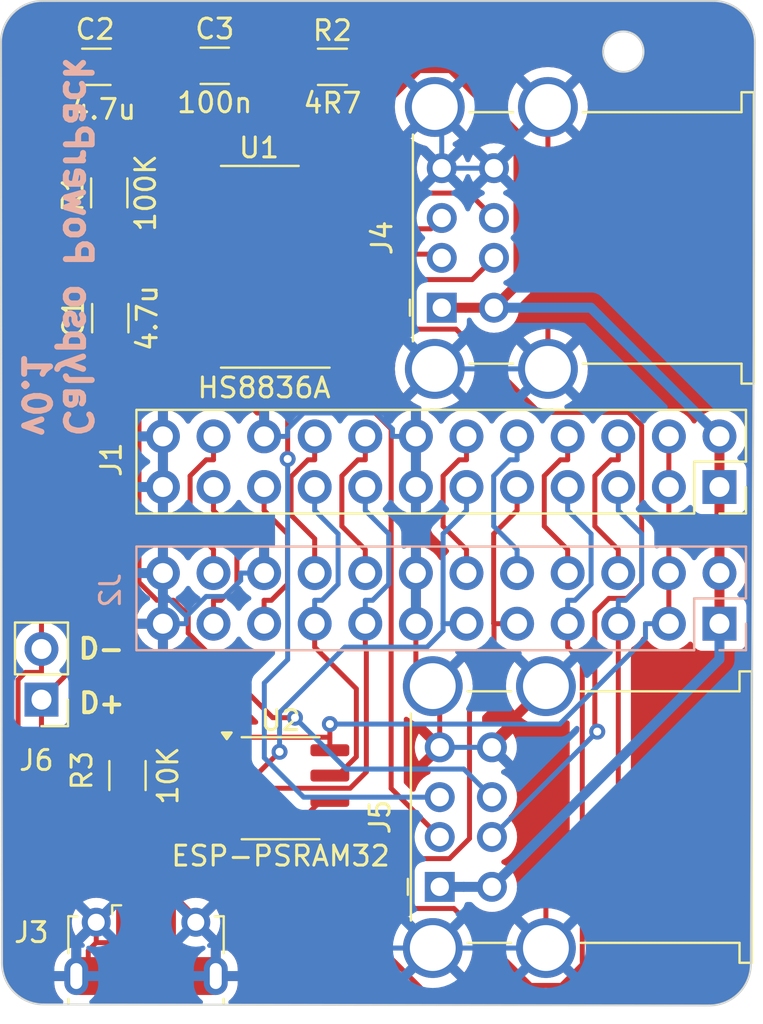
<source format=kicad_pcb>
(kicad_pcb (version 20221018) (generator pcbnew)
  (layers (0 "F.Cu" signal) (31 "B.Cu" signal) (34 "B.Paste" user) (35 "F.Paste" user) (36 "B.SilkS" user "B.Silkscreen") (37 "F.SilkS" user "F.Silkscreen") (38 "B.Mask" user) (39 "F.Mask" user) (44 "Edge.Cuts" user))
  (net 0 "")
  (net 1 "Net-(U1-VCC)")
  (net 2 "GND")
  (net 3 "Net-(U1-DCP)")
  (net 4 "+5V")
  (net 5 "+3.3VP")
  (net 6 "RP_AUX0")
  (net 7 "CYC_AUX0")
  (net 8 "RP_AUX1")
  (net 9 "CYC_AUX1")
  (net 10 "RP_AUX2")
  (net 11 "CYC_AUX2")
  (net 12 "RP_AUX3")
  (net 13 "CYC_AUX3")
  (net 14 "SER_RX")
  (net 15 "CYC_AUX4")
  (net 16 "SER_TX")
  (net 17 "CYC_AUX5")
  (net 18 "CYC_AUX6")
  (net 19 "RP_RESET")
  (net 20 "CYC_AUX7")
  (net 22 "UM")
  (net 23 "UP")
  (net 25 "DM1")
  (net 26 "DP1")
  (net 27 "DM2")
  (net 28 "DP2")
  (net 29 "DM3")
  (net 30 "DP3")
  (net 31 "DM4")
  (net 32 "DP4")
  (net 33 "Net-(U1-REF)")
  (footprint "Resistor_SMD:R_1206_3216Metric_Pad1.30x1.75mm_HandSolder" (layer "F.Cu") (at 70.2056 54.584 90)
    (fp_text reference "R1" (at 0 -1.82 90) (layer "F.SilkS"))
    (fp_text value "100K" (at 0 1.82 90) (layer "F.SilkS"))
    (pad "1" smd roundrect (at -1.55 0 90) (size 1.3 1.75) (layers "F.Cu" "F.Paste" "F.Mask") (roundrect_rratio 0.1923076923) (net 33 "Net-(U1-REF)"))
    (pad "2" smd roundrect (at 1.55 0 90) (size 1.3 1.75) (layers "F.Cu" "F.Paste" "F.Mask") (roundrect_rratio 0.1923076923) (net 2 "GND"))
  )
  (footprint "Capacitor_SMD:C_1206_3216Metric_Pad1.33x1.80mm_HandSolder" (layer "F.Cu") (at 75.5011 48.2092)
    (fp_text reference "C3" (at 0 -1.85) (layer "F.SilkS"))
    (fp_text value "100n" (at 0 1.85) (layer "F.SilkS"))
    (pad "1" smd roundrect (at -1.5625 0) (size 1.325 1.8) (layers "F.Cu" "F.Paste" "F.Mask") (roundrect_rratio 0.1886792453) (net 3 "Net-(U1-DCP)"))
    (pad "2" smd roundrect (at 1.5625 0) (size 1.325 1.8) (layers "F.Cu" "F.Paste" "F.Mask") (roundrect_rratio 0.1886792453) (net 2 "GND"))
  )
  (footprint "Capacitor_SMD:C_1206_3216Metric_Pad1.33x1.80mm_HandSolder" (layer "F.Cu") (at 70.2564 60.8707 90)
    (fp_text reference "C1" (at 0 -1.85 90) (layer "F.SilkS"))
    (fp_text value "4.7u" (at 0 1.85 90) (layer "F.SilkS"))
    (pad "1" smd roundrect (at -1.5625 0 90) (size 1.325 1.8) (layers "F.Cu" "F.Paste" "F.Mask") (roundrect_rratio 0.1886792453) (net 1 "Net-(U1-VCC)"))
    (pad "2" smd roundrect (at 1.5625 0 90) (size 1.325 1.8) (layers "F.Cu" "F.Paste" "F.Mask") (roundrect_rratio 0.1886792453) (net 2 "GND"))
  )
  (footprint "Connector_USB:USB_Micro-B_Molex-105017-0001" (layer "F.Cu") (at 72.0504 92.6409)
    (fp_text reference "J3" (at -5.7564 -0.9469) (layer "F.SilkS"))
    (fp_text value "USB_B_Micro" hide)
    (pad "1" smd rect (at -1.3 -1.4625) (size 0.4 1.35) (layers "F.Cu" "F.Paste" "F.Mask"))
    (pad "2" smd rect (at -0.65 -1.4625) (size 0.4 1.35) (layers "F.Cu" "F.Paste" "F.Mask") (net 22 "UM"))
    (pad "3" smd rect (at 0 -1.4625) (size 0.4 1.35) (layers "F.Cu" "F.Paste" "F.Mask") (net 23 "UP"))
    (pad "4" smd rect (at 0.65 -1.4625) (size 0.4 1.35) (layers "F.Cu" "F.Paste" "F.Mask"))
    (pad "5" smd rect (at 1.3 -1.4625) (size 0.4 1.35) (layers "F.Cu" "F.Paste" "F.Mask") (net 2 "GND"))
    (pad "6" thru_hole oval (at -3.5 1.2375 180) (size 1.2 1.9) (drill oval 0.6 1.3) (layers "*.Cu" "*.Mask") (net 2 "GND"))
    (pad "6" smd rect (at -2.9 1.2375) (size 1.2 1.9) (layers "F.Cu" "F.Mask") (net 2 "GND"))
    (pad "6" thru_hole circle (at -2.5 -1.4625) (size 1.45 1.45) (drill 0.85) (layers "*.Cu" "*.Mask") (net 2 "GND"))
    (pad "6" smd rect (at -1 1.2375) (size 1.5 1.9) (layers "F.Cu" "F.Paste" "F.Mask") (net 2 "GND"))
    (pad "6" smd rect (at 1 1.2375) (size 1.5 1.9) (layers "F.Cu" "F.Paste" "F.Mask") (net 2 "GND"))
    (pad "6" thru_hole circle (at 2.5 -1.4625) (size 1.45 1.45) (drill 0.85) (layers "*.Cu" "*.Mask") (net 2 "GND"))
    (pad "6" smd rect (at 2.9 1.2375) (size 1.2 1.9) (layers "F.Cu" "F.Mask") (net 2 "GND"))
    (pad "6" thru_hole oval (at 3.5 1.2375) (size 1.2 1.9) (drill oval 0.6 1.3) (layers "*.Cu" "*.Mask") (net 2 "GND"))
  )
  (footprint "Resistor_SMD:R_1206_3216Metric_Pad1.30x1.75mm_HandSolder" (layer "F.Cu") (at 71.12 83.82 -90)
    (fp_text reference "R3" (at -0.254 2.286 90) (layer "F.SilkS"))
    (fp_text value "10K" (at 0 -2.032 90) (layer "F.SilkS"))
    (pad "1" smd roundrect (at -1.55 0 270) (size 1.3 1.75) (layers "F.Cu" "F.Paste" "F.Mask") (roundrect_rratio 0.1923076923) (net 5 "+3.3VP"))
    (pad "2" smd roundrect (at 1.55 0 270) (size 1.3 1.75) (layers "F.Cu" "F.Paste" "F.Mask") (roundrect_rratio 0.1923076923) (net 7 "CYC_AUX0"))
  )
  (footprint "Connector_USB:USB_A_Wuerth_61400826021_Horizontal_Stacked" (layer "F.Cu") (at 86.8968 60.3452 90)
    (fp_text reference "J4" (at 3.5 -3 90) (layer "F.SilkS"))
    (fp_text value "USB_A_Stacked" hide)
    (pad "1" thru_hole rect (at 0 0 90) (size 1.5 1.5) (drill 0.92) (layers "*.Cu" "*.Mask") (net 4 "+5V"))
    (pad "2" thru_hole circle (at 2.5 0 90) (size 1.5 1.5) (drill 0.92) (layers "*.Cu" "*.Mask") (net 29 "DM3"))
    (pad "3" thru_hole circle (at 4.5 0 90) (size 1.5 1.5) (drill 0.92) (layers "*.Cu" "*.Mask") (net 30 "DP3"))
    (pad "4" thru_hole circle (at 7 0 90) (size 1.5 1.5) (drill 0.92) (layers "*.Cu" "*.Mask") (net 2 "GND"))
    (pad "5" thru_hole circle (at 0 2.62 90) (size 1.5 1.5) (drill 0.92) (layers "*.Cu" "*.Mask") (net 4 "+5V"))
    (pad "6" thru_hole circle (at 2.5 2.62 90) (size 1.5 1.5) (drill 0.92) (layers "*.Cu" "*.Mask") (net 31 "DM4"))
    (pad "7" thru_hole circle (at 4.5 2.62 90) (size 1.5 1.5) (drill 0.92) (layers "*.Cu" "*.Mask") (net 32 "DP4"))
    (pad "8" thru_hole circle (at 7 2.62 90) (size 1.5 1.5) (drill 0.92) (layers "*.Cu" "*.Mask") (net 2 "GND"))
    (pad "9" thru_hole circle (at -3.07 -0.35 90) (size 3 3) (drill 2.3) (layers "*.Cu" "*.Mask") (net 2 "GND"))
    (pad "9" thru_hole circle (at -3.07 5.33 90) (size 3 3) (drill 2.3) (layers "*.Cu" "*.Mask") (net 2 "GND"))
    (pad "9" thru_hole circle (at 10.07 -0.35 90) (size 3 3) (drill 2.3) (layers "*.Cu" "*.Mask") (net 2 "GND"))
    (pad "9" thru_hole circle (at 10.07 5.33 90) (size 3 3) (drill 2.3) (layers "*.Cu" "*.Mask") (net 2 "GND"))
  )
  (footprint "Capacitor_SMD:C_1206_3216Metric_Pad1.33x1.80mm_HandSolder" (layer "F.Cu") (at 69.5575 48.26 180)
    (fp_text reference "C2" (at 0.0631 1.8796) (layer "F.SilkS"))
    (fp_text value "4.7u" (at -0.3433 -2.1336) (layer "F.SilkS"))
    (pad "1" smd roundrect (at -1.5625 0 180) (size 1.325 1.8) (layers "F.Cu" "F.Paste" "F.Mask") (roundrect_rratio 0.1886792453) (net 3 "Net-(U1-DCP)"))
    (pad "2" smd roundrect (at 1.5625 0 180) (size 1.325 1.8) (layers "F.Cu" "F.Paste" "F.Mask") (roundrect_rratio 0.1886792453) (net 2 "GND"))
  )
  (footprint "Resistor_SMD:R_1206_3216Metric_Pad1.30x1.75mm_HandSolder" (layer "F.Cu") (at 81.4076 48.26)
    (fp_text reference "R2" (at 0 -1.82) (layer "F.SilkS"))
    (fp_text value "4R7" (at 0 1.82) (layer "F.SilkS"))
    (pad "1" smd roundrect (at -1.55 0) (size 1.3 1.75) (layers "F.Cu" "F.Paste" "F.Mask") (roundrect_rratio 0.1923076923) (net 4 "+5V"))
    (pad "2" smd roundrect (at 1.55 0) (size 1.3 1.75) (layers "F.Cu" "F.Paste" "F.Mask") (roundrect_rratio 0.1923076923) (net 1 "Net-(U1-VCC)"))
  )
  (footprint "Package_SO:SOIC-8_3.9x4.9mm_P1.27mm" (layer "F.Cu") (at 78.805 84.455)
    (fp_text reference "U2" (at 0 -3.4) (layer "F.SilkS"))
    (fp_text value "ESP-PSRAM32" (at 0 3.4) (layer "F.SilkS"))
    (pad "1" smd roundrect (at -2.475 -1.905) (size 1.95 0.6) (layers "F.Cu" "F.Paste" "F.Mask") (net 7 "CYC_AUX0"))
    (pad "2" smd roundrect (at -2.475 -0.635) (size 1.95 0.6) (layers "F.Cu" "F.Paste" "F.Mask") (net 13 "CYC_AUX3"))
    (pad "3" smd roundrect (at -2.475 0.635) (size 1.95 0.6) (layers "F.Cu" "F.Paste" "F.Mask") (net 15 "CYC_AUX4"))
    (pad "4" smd roundrect (at -2.475 1.905) (size 1.95 0.6) (layers "F.Cu" "F.Paste" "F.Mask") (net 2 "GND"))
    (pad "5" smd roundrect (at 2.475 1.905) (size 1.95 0.6) (layers "F.Cu" "F.Paste" "F.Mask") (net 11 "CYC_AUX2"))
    (pad "6" smd roundrect (at 2.475 0.635) (size 1.95 0.6) (layers "F.Cu" "F.Paste" "F.Mask") (net 9 "CYC_AUX1"))
    (pad "7" smd roundrect (at 2.475 -0.635) (size 1.95 0.6) (layers "F.Cu" "F.Paste" "F.Mask") (net 17 "CYC_AUX5"))
    (pad "8" smd roundrect (at 2.475 -1.905) (size 1.95 0.6) (layers "F.Cu" "F.Paste" "F.Mask") (net 5 "+3.3VP"))
  )
  (footprint "Connector_PinHeader_2.54mm:PinHeader_1x02_P2.54mm_Vertical" (layer "F.Cu") (at 66.802 80.01 180)
    (fp_text reference "J6" (at 0.254 -3.048 180) (layer "F.SilkS"))
    (fp_text value "Conn_01x02_Pin" hide)
    (pad "1" thru_hole rect (at 0 0 180) (size 1.7 1.7) (drill 1) (layers "*.Cu" "*.Mask") (net 23 "UP"))
    (pad "2" thru_hole oval (at 0 2.54 180) (size 1.7 1.7) (drill 1) (layers "*.Cu" "*.Mask") (net 22 "UM"))
  )
  (footprint "Connector_PinSocket_2.54mm:PinSocket_2x12_P2.54mm_Vertical" (layer "F.Cu") (at 100.838 69.342 -90)
    (fp_text reference "J1" (at -1.3716 30.5308 90) (layer "F.SilkS"))
    (fp_text value "Conn_02x12_Odd_Even" hide)
    (pad "1" thru_hole rect (at 0 0 270) (size 1.7 1.7) (drill 1) (layers "*.Cu" "*.Mask") (net 4 "+5V"))
    (pad "2" thru_hole oval (at -2.54 0 270) (size 1.7 1.7) (drill 1) (layers "*.Cu" "*.Mask") (net 4 "+5V"))
    (pad "3" thru_hole oval (at 0 2.54 270) (size 1.7 1.7) (drill 1) (layers "*.Cu" "*.Mask") (net 5 "+3.3VP"))
    (pad "4" thru_hole oval (at -2.54 2.54 270) (size 1.7 1.7) (drill 1) (layers "*.Cu" "*.Mask") (net 5 "+3.3VP"))
    (pad "5" thru_hole oval (at 0 5.08 270) (size 1.7 1.7) (drill 1) (layers "*.Cu" "*.Mask") (net 7 "CYC_AUX0"))
    (pad "6" thru_hole oval (at -2.54 5.08 270) (size 1.7 1.7) (drill 1) (layers "*.Cu" "*.Mask") (net 6 "RP_AUX0"))
    (pad "7" thru_hole oval (at 0 7.62 270) (size 1.7 1.7) (drill 1) (layers "*.Cu" "*.Mask") (net 9 "CYC_AUX1"))
    (pad "8" thru_hole oval (at -2.54 7.62 270) (size 1.7 1.7) (drill 1) (layers "*.Cu" "*.Mask") (net 8 "RP_AUX1"))
    (pad "9" thru_hole oval (at 0 10.16 270) (size 1.7 1.7) (drill 1) (layers "*.Cu" "*.Mask") (net 11 "CYC_AUX2"))
    (pad "10" thru_hole oval (at -2.54 10.16 270) (size 1.7 1.7) (drill 1) (layers "*.Cu" "*.Mask") (net 10 "RP_AUX2"))
    (pad "11" thru_hole oval (at 0 12.7 270) (size 1.7 1.7) (drill 1) (layers "*.Cu" "*.Mask") (net 13 "CYC_AUX3"))
    (pad "12" thru_hole oval (at -2.54 12.7 270) (size 1.7 1.7) (drill 1) (layers "*.Cu" "*.Mask") (net 12 "RP_AUX3"))
    (pad "13" thru_hole oval (at 0 15.24 270) (size 1.7 1.7) (drill 1) (layers "*.Cu" "*.Mask") (net 2 "GND"))
    (pad "14" thru_hole oval (at -2.54 15.24 270) (size 1.7 1.7) (drill 1) (layers "*.Cu" "*.Mask") (net 2 "GND"))
    (pad "15" thru_hole oval (at 0 17.78 270) (size 1.7 1.7) (drill 1) (layers "*.Cu" "*.Mask") (net 15 "CYC_AUX4"))
    (pad "16" thru_hole oval (at -2.54 17.78 270) (size 1.7 1.7) (drill 1) (layers "*.Cu" "*.Mask") (net 14 "SER_RX"))
    (pad "17" thru_hole oval (at 0 20.32 270) (size 1.7 1.7) (drill 1) (layers "*.Cu" "*.Mask") (net 17 "CYC_AUX5"))
    (pad "18" thru_hole oval (at -2.54 20.32 270) (size 1.7 1.7) (drill 1) (layers "*.Cu" "*.Mask") (net 16 "SER_TX"))
    (pad "19" thru_hole oval (at 0 22.86 270) (size 1.7 1.7) (drill 1) (layers "*.Cu" "*.Mask") (net 18 "CYC_AUX6"))
    (pad "20" thru_hole oval (at -2.54 22.86 270) (size 1.7 1.7) (drill 1) (layers "*.Cu" "*.Mask") (net 2 "GND"))
    (pad "21" thru_hole oval (at 0 25.4 270) (size 1.7 1.7) (drill 1) (layers "*.Cu" "*.Mask") (net 20 "CYC_AUX7"))
    (pad "22" thru_hole oval (at -2.54 25.4 270) (size 1.7 1.7) (drill 1) (layers "*.Cu" "*.Mask") (net 19 "RP_RESET"))
    (pad "23" thru_hole oval (at 0 27.94 270) (size 1.7 1.7) (drill 1) (layers "*.Cu" "*.Mask") (net 2 "GND"))
    (pad "24" thru_hole oval (at -2.54 27.94 270) (size 1.7 1.7) (drill 1) (layers "*.Cu" "*.Mask") (net 2 "GND"))
  )
  (footprint "Connector_USB:USB_A_Wuerth_61400826021_Horizontal_Stacked" (layer "F.Cu") (at 86.7952 89.4028 90)
    (fp_text reference "J5" (at 3.5 -3 90) (layer "F.SilkS"))
    (fp_text value "USB_A_Stacked" hide)
    (pad "1" thru_hole rect (at 0 0 90) (size 1.5 1.5) (drill 0.92) (layers "*.Cu" "*.Mask") (net 4 "+5V"))
    (pad "2" thru_hole circle (at 2.5 0 90) (size 1.5 1.5) (drill 0.92) (layers "*.Cu" "*.Mask") (net 25 "DM1"))
    (pad "3" thru_hole circle (at 4.5 0 90) (size 1.5 1.5) (drill 0.92) (layers "*.Cu" "*.Mask") (net 26 "DP1"))
    (pad "4" thru_hole circle (at 7 0 90) (size 1.5 1.5) (drill 0.92) (layers "*.Cu" "*.Mask") (net 2 "GND"))
    (pad "5" thru_hole circle (at 0 2.62 90) (size 1.5 1.5) (drill 0.92) (layers "*.Cu" "*.Mask") (net 4 "+5V"))
    (pad "6" thru_hole circle (at 2.5 2.62 90) (size 1.5 1.5) (drill 0.92) (layers "*.Cu" "*.Mask") (net 27 "DM2"))
    (pad "7" thru_hole circle (at 4.5 2.62 90) (size 1.5 1.5) (drill 0.92) (layers "*.Cu" "*.Mask") (net 28 "DP2"))
    (pad "8" thru_hole circle (at 7 2.62 90) (size 1.5 1.5) (drill 0.92) (layers "*.Cu" "*.Mask") (net 2 "GND"))
    (pad "9" thru_hole circle (at -3.07 -0.35 90) (size 3 3) (drill 2.3) (layers "*.Cu" "*.Mask") (net 2 "GND"))
    (pad "9" thru_hole circle (at -3.07 5.33 90) (size 3 3) (drill 2.3) (layers "*.Cu" "*.Mask") (net 2 "GND"))
    (pad "9" thru_hole circle (at 10.07 -0.35 90) (size 3 3) (drill 2.3) (layers "*.Cu" "*.Mask") (net 2 "GND"))
    (pad "9" thru_hole circle (at 10.07 5.33 90) (size 3 3) (drill 2.3) (layers "*.Cu" "*.Mask") (net 2 "GND"))
  )
  (footprint "Package_SO:SOP-16_3.9x9.9mm_P1.27mm" (layer "F.Cu") (at 77.764 58.293 180)
    (fp_text reference "U1" (at 0.04 5.969 unlocked) (layer "F.SilkS"))
    (fp_text value "HS8836A" (at -0.214 -6.0706 unlocked) (layer "F.SilkS"))
    (pad "1" smd roundrect (at -2.5 -4.445 180) (size 2 0.6) (layers "F.Cu" "F.Paste" "F.Mask") (net 25 "DM1"))
    (pad "2" smd roundrect (at -2.5 -3.175 180) (size 2 0.6) (layers "F.Cu" "F.Paste" "F.Mask") (net 26 "DP1"))
    (pad "3" smd roundrect (at -2.5 -1.905 180) (size 2 0.6) (layers "F.Cu" "F.Paste" "F.Mask") (net 27 "DM2"))
    (pad "4" smd roundrect (at -2.5 -0.635 180) (size 2 0.6) (layers "F.Cu" "F.Paste" "F.Mask") (net 28 "DP2"))
    (pad "5" smd roundrect (at -2.5 0.635 180) (size 2 0.6) (layers "F.Cu" "F.Paste" "F.Mask") (net 29 "DM3"))
    (pad "6" smd roundrect (at -2.5 1.905 180) (size 2 0.6) (layers "F.Cu" "F.Paste" "F.Mask") (net 30 "DP3"))
    (pad "7" smd roundrect (at -2.5 3.175 180) (size 2 0.6) (layers "F.Cu" "F.Paste" "F.Mask") (net 31 "DM4"))
    (pad "8" smd roundrect (at -2.5 4.445 180) (size 2 0.6) (layers "F.Cu" "F.Paste" "F.Mask") (net 32 "DP4"))
    (pad "9" smd roundrect (at 2.5 4.445 180) (size 2 0.6) (layers "F.Cu" "F.Paste" "F.Mask") (net 33 "Net-(U1-REF)"))
    (pad "10" smd roundrect (at 2.5 3.175 180) (size 2 0.6) (layers "F.Cu" "F.Paste" "F.Mask") (net 22 "UM"))
    (pad "11" smd roundrect (at 2.5 1.905 180) (size 2 0.6) (layers "F.Cu" "F.Paste" "F.Mask") (net 23 "UP"))
    (pad "12" smd roundrect (at 2.5 0.635 180) (size 2 0.6) (layers "F.Cu" "F.Paste" "F.Mask") (net 3 "Net-(U1-DCP)"))
    (pad "13" smd roundrect (at 2.5 -0.635 180) (size 2 0.6) (layers "F.Cu" "F.Paste" "F.Mask") (net 1 "Net-(U1-VCC)"))
    (pad "14" smd roundrect (at 2.5 -1.905 180) (size 2 0.6) (layers "F.Cu" "F.Paste" "F.Mask") (net 3 "Net-(U1-DCP)"))
    (pad "15" smd roundrect (at 2.5 -3.175 180) (size 2 0.6) (layers "F.Cu" "F.Paste" "F.Mask"))
    (pad "16" smd roundrect (at 2.5 -4.445 180) (size 2 0.6) (layers "F.Cu" "F.Paste" "F.Mask") (net 2 "GND"))
  )
  (footprint "Connector_PinHeader_2.54mm:PinHeader_2x12_P2.54mm_Vertical" (layer "B.Cu") (at 100.838 76.2 90)
    (fp_text reference "J2" (at 1.6764 -30.5816 270) (layer "B.SilkS") (effects (justify mirror)))
    (fp_text value "Conn_02x12_Odd_Even" hide)
    (pad "1" thru_hole rect (at 0 0 90) (size 1.7 1.7) (drill 1) (layers "*.Cu" "*.Mask") (net 4 "+5V"))
    (pad "2" thru_hole oval (at 2.54 0 90) (size 1.7 1.7) (drill 1) (layers "*.Cu" "*.Mask") (net 4 "+5V"))
    (pad "3" thru_hole oval (at 0 -2.54 90) (size 1.7 1.7) (drill 1) (layers "*.Cu" "*.Mask") (net 5 "+3.3VP"))
    (pad "4" thru_hole oval (at 2.54 -2.54 90) (size 1.7 1.7) (drill 1) (layers "*.Cu" "*.Mask") (net 5 "+3.3VP"))
    (pad "5" thru_hole oval (at 0 -5.08 90) (size 1.7 1.7) (drill 1) (layers "*.Cu" "*.Mask") (net 7 "CYC_AUX0"))
    (pad "6" thru_hole oval (at 2.54 -5.08 90) (size 1.7 1.7) (drill 1) (layers "*.Cu" "*.Mask") (net 6 "RP_AUX0"))
    (pad "7" thru_hole oval (at 0 -7.62 90) (size 1.7 1.7) (drill 1) (layers "*.Cu" "*.Mask") (net 9 "CYC_AUX1"))
    (pad "8" thru_hole oval (at 2.54 -7.62 90) (size 1.7 1.7) (drill 1) (layers "*.Cu" "*.Mask") (net 8 "RP_AUX1"))
    (pad "9" thru_hole oval (at 0 -10.16 90) (size 1.7 1.7) (drill 1) (layers "*.Cu" "*.Mask") (net 11 "CYC_AUX2"))
    (pad "10" thru_hole oval (at 2.54 -10.16 90) (size 1.7 1.7) (drill 1) (layers "*.Cu" "*.Mask") (net 10 "RP_AUX2"))
    (pad "11" thru_hole oval (at 0 -12.7 90) (size 1.7 1.7) (drill 1) (layers "*.Cu" "*.Mask") (net 13 "CYC_AUX3"))
    (pad "12" thru_hole oval (at 2.54 -12.7 90) (size 1.7 1.7) (drill 1) (layers "*.Cu" "*.Mask") (net 12 "RP_AUX3"))
    (pad "13" thru_hole oval (at 0 -15.24 90) (size 1.7 1.7) (drill 1) (layers "*.Cu" "*.Mask") (net 2 "GND"))
    (pad "14" thru_hole oval (at 2.54 -15.24 90) (size 1.7 1.7) (drill 1) (layers "*.Cu" "*.Mask") (net 2 "GND"))
    (pad "15" thru_hole oval (at 0 -17.78 90) (size 1.7 1.7) (drill 1) (layers "*.Cu" "*.Mask") (net 15 "CYC_AUX4"))
    (pad "16" thru_hole oval (at 2.54 -17.78 90) (size 1.7 1.7) (drill 1) (layers "*.Cu" "*.Mask") (net 14 "SER_RX"))
    (pad "17" thru_hole oval (at 0 -20.32 90) (size 1.7 1.7) (drill 1) (layers "*.Cu" "*.Mask") (net 17 "CYC_AUX5"))
    (pad "18" thru_hole oval (at 2.54 -20.32 90) (size 1.7 1.7) (drill 1) (layers "*.Cu" "*.Mask") (net 16 "SER_TX"))
    (pad "19" thru_hole oval (at 0 -22.86 90) (size 1.7 1.7) (drill 1) (layers "*.Cu" "*.Mask") (net 18 "CYC_AUX6"))
    (pad "20" thru_hole oval (at 2.54 -22.86 90) (size 1.7 1.7) (drill 1) (layers "*.Cu" "*.Mask") (net 2 "GND"))
    (pad "21" thru_hole oval (at 0 -25.4 90) (size 1.7 1.7) (drill 1) (layers "*.Cu" "*.Mask") (net 20 "CYC_AUX7"))
    (pad "22" thru_hole oval (at 2.54 -25.4 90) (size 1.7 1.7) (drill 1) (layers "*.Cu" "*.Mask") (net 19 "RP_RESET"))
    (pad "23" thru_hole oval (at 0 -27.94 90) (size 1.7 1.7) (drill 1) (layers "*.Cu" "*.Mask") (net 2 "GND"))
    (pad "24" thru_hole oval (at 2.54 -27.94 90) (size 1.7 1.7) (drill 1) (layers "*.Cu" "*.Mask") (net 2 "GND"))
  )
  (gr_arc (start 64.77 47.0408) (mid 65.380038 45.568038) (end 66.8528 44.958) (stroke (width 0.1)) (layer "Edge.Cuts"))
  (gr_arc (start 100.533638 44.957562) (mid 102.0064 45.5676) (end 102.616438 47.040362) (stroke (width 0.1)) (layer "Edge.Cuts"))
  (gr_arc (start 66.9036 95.3008) (mid 65.430838 94.690762) (end 64.8208 93.218) (stroke (width 0.1)) (layer "Edge.Cuts"))
  (gr_line (start 100.33 95.3516) (end 66.9036 95.3008) (stroke (width 0.1)) (layer "Edge.Cuts"))
  (gr_line (start 66.8528 44.958) (end 100.533638 44.957562) (stroke (width 0.1)) (layer "Edge.Cuts"))
  (gr_circle (center 96.012 47.498) (end 97.028 47.498) (stroke (width 0.1)) (fill none) (layer "Edge.Cuts"))
  (gr_line (start 102.616438 47.040362) (end 102.4128 93.2688) (stroke (width 0.1)) (layer "Edge.Cuts"))
  (gr_line (start 64.8208 93.218) (end 64.77 47.0408) (stroke (width 0.1)) (layer "Edge.Cuts"))
  (gr_arc (start 102.4128 93.2688) (mid 101.802762 94.741562) (end 100.33 95.3516) (stroke (width 0.1)) (layer "Edge.Cuts"))
  (gr_text "Calypso PowerPack\nv0.1\n" (at 67.564 66.9544 270) (layer "B.SilkS") (effects (font (size 1.3 1.3) (thickness 0.3)) (justify left mirror)))
  (gr_text "D+" (at 68.58 80.772) (layer "F.SilkS") (effects (font (size 1 1) (thickness 0.2) bold) (justify left bottom)))
  (gr_text "D-" (at 68.555066 78.042315) (layer "F.SilkS") (effects (font (size 1 1) (thickness 0.2) bold) (justify left bottom)))
  (segment (start 81.7465 47.0489) (end 82.9576 48.26) (width 0.25) (layer "F.Cu") (net 1))
  (segment (start 79.1876 47.0489) (end 81.7465 47.0489) (width 0.25) (layer "F.Cu") (net 1))
  (segment (start 73.9327 59.8547) (end 73.9327 60.833) (width 0.25) (layer "F.Cu") (net 1))
  (segment (start 75.264 58.928) (end 74.8594 58.928) (width 0.25) (layer "F.Cu") (net 1))
  (segment (start 78.3076 58.8549) (end 78.3076 47.9289) (width 0.25) (layer "F.Cu") (net 1))
  (segment (start 74.8594 58.928) (end 73.9327 59.8547) (width 0.25) (layer "F.Cu") (net 1))
  (segment (start 76.3295 60.833) (end 78.3076 58.8549) (width 0.25) (layer "F.Cu") (net 1))
  (segment (start 70.2564 62.4332) (end 72.3325 62.4332) (width 0.25) (layer "F.Cu") (net 1))
  (segment (start 78.3076 47.9289) (end 79.1876 47.0489) (width 0.25) (layer "F.Cu") (net 1))
  (segment (start 73.9327 60.833) (end 76.3295 60.833) (width 0.25) (layer "F.Cu") (net 1))
  (segment (start 72.3325 62.4332) (end 73.9327 60.833) (width 0.25) (layer "F.Cu") (net 1))
  (segment (start 70.1096 48.26) (end 70.1096 47.3793) (width 0.25) (layer "F.Cu") (net 2))
  (segment (start 92.1252 85.1128) (end 92.1252 92.4728) (width 0.25) (layer "F.Cu") (net 2))
  (segment (start 74.5504 90.9282) (end 73.8003 90.1781) (width 0.25) (layer "F.Cu") (net 2))
  (segment (start 70.2056 53.034) (end 68.9769 54.2627) (width 0.25) (layer "F.Cu") (net 2))
  (segment (start 85.598 76.2) (end 85.598 73.66) (width 0.25) (layer "F.Cu") (net 2))
  (segment (start 88.5404 46.5888) (end 78.684 46.5888) (width 0.25) (layer "F.Cu") (net 2))
  (segment (start 71.0504 93.2407) (end 73.0504 93.2407) (width 0.25) (layer "F.Cu") (net 2))
  (segment (start 78.684 46.5888) (end 77.0636 48.2092) (width 0.25) (layer "F.Cu") (net 2))
  (segment (start 73.3504 91.1784) (end 73.3504 90.1781) (width 0.25) (layer "F.Cu") (net 2))
  (segment (start 70.5098 46.9791) (end 75.8335 46.9791) (width 0.25) (layer "F.Cu") (net 2))
  (segment (start 73.0504 93.2407) (end 73.0504 92.6031) (width 0.25) (layer "F.Cu") (net 2))
  (segment (start 68.9769 58.0287) (end 70.2564 59.3082) (width 0.25) (layer "F.Cu") (net 2))
  (segment (start 85.598 66.802) (end 85.598 69.342) (width 0.25) (layer "F.Cu") (net 2))
  (segment (start 70.1096 48.26) (end 70.1096 52.938) (width 0.25) (layer "F.Cu") (net 2))
  (segment (start 76.33 86.36) (end 73.8003 88.8897) (width 0.25) (layer "F.Cu") (net 2))
  (segment (start 77.978 66.802) (end 77.978 65.6267) (width 0.25) (layer "F.Cu") (net 2))
  (segment (start 75.5504 93.8784) (end 74.9504 93.8784) (width 0.25) (layer "F.Cu") (net 2))
  (segment (start 67.995 48.26) (end 70.1096 48.26) (width 0.25) (layer "F.Cu") (net 2))
  (segment (start 72.898 66.802) (end 72.898 65.6267) (width 0.25) (layer "F.Cu") (net 2))
  (segment (start 92.2268 50.2752) (end 88.5404 46.5888) (width 0.25) (layer "F.Cu") (net 2))
  (segment (start 72.898 73.66) (end 72.898 69.342) (width 0.25) (layer "F.Cu") (net 2))
  (segment (start 73.0504 92.6031) (end 73.3504 92.3031) (width 0.25) (layer "F.Cu") (net 2))
  (segment (start 74.5504 91.1784) (end 74.5504 90.9282) (width 0.25) (layer "F.Cu") (net 2))
  (segment (start 69.1504 93.2407) (end 68.5504 93.8407) (width 0.25) (layer "F.Cu") (net 2))
  (segment (start 72.898 65.6267) (end 75.264 63.2607) (width 0.25) (layer "F.Cu") (net 2))
  (segment (start 77.978 65.6267) (end 77.63 65.6267) (width 0.25) (layer "F.Cu") (net 2))
  (segment (start 70.6504 92.2031) (end 71.0504 92.6031) (width 0.25) (layer "F.Cu") (net 2))
  (segment (start 73.8003 88.8897) (end 73.8003 90.1781) (width 0.25) (layer "F.Cu") (net 2))
  (segment (start 70.1096 52.938) (end 70.2056 53.034) (width 0.25) (layer "F.Cu") (net 2))
  (segment (start 73.8003 90.1781) (end 73.3504 90.1781) (width 0.25) (layer "F.Cu") (net 2))
  (segment (start 92.1252 79.3328) (end 89.4152 82.0428) (width 0.25) (layer "F.Cu") (net 2))
  (segment (start 72.898 66.802) (end 72.898 69.342) (width 0.25) (layer "F.Cu") (net 2))
  (segment (start 77.63 65.6267) (end 75.264 63.2607) (width 0.25) (layer "F.Cu") (net 2))
  (segment (start 69.1504 93.2407) (end 69.1504 92.6031) (width 0.25) (layer "F.Cu") (net 2))
  (segment (start 69.5504 91.1784) (end 69.5504 92.2031) (width 0.25) (layer "F.Cu") (net 2))
  (segment (start 89.4152 82.0428) (end 89.4152 82.4028) (width 0.25) (layer "F.Cu") (net 2))
  (segment (start 69.5504 92.2031) (end 70.6504 92.2031) (width 0.25) (layer "F.Cu") (net 2))
  (segment (start 68.5504 93.8407) (end 68.5504 93.8784) (width 0.25) (layer "F.Cu") (net 2))
  (segment (start 85.598 76.2) (end 85.598 78.4856) (width 0.25) (layer "F.Cu") (net 2))
  (segment (start 85.598 78.4856) (end 86.4452 79.3328) (width 0.25) (layer "F.Cu") (net 2))
  (segment (start 75.264 63.2607) (end 75.264 62.738) (width 0.25) (layer "F.Cu") (net 2))
  (segment (start 71.0504 93.8784) (end 71.0504 93.2407) (width 0.25) (layer "F.Cu") (net 2))
  (segment (start 92.2268 50.2752) (end 92.2268 63.4152) (width 0.25) (layer "F.Cu") (net 2))
  (segment (start 86.4452 79.3328) (end 86.7952 79.6828) (width 0.25) (layer "F.Cu") (net 2))
  (segment (start 68.9769 54.2627) (end 68.9769 58.0287) (width 0.25) (layer "F.Cu") (net 2))
  (segment (start 69.5504 92.2031) (end 69.1504 92.6031) (width 0.25) (layer "F.Cu") (net 2))
  (segment (start 89.4152 82.4028) (end 92.1252 85.1128) (width 0.25) (layer "F.Cu") (net 2))
  (segment (start 71.0504 93.2407) (end 71.0504 92.6031) (width 0.25) (layer "F.Cu") (net 2))
  (segment (start 73.3504 92.3031) (end 73.3504 91.1784) (width 0.25) (layer "F.Cu") (net 2))
  (segment (start 85.598 73.66) (end 85.598 69.342) (width 0.25) (layer "F.Cu") (net 2))
  (segment (start 69.1504 93.8784) (end 69.1504 93.2407) (width 0.25) (layer "F.Cu") (net 2))
  (segment (start 86.7952 79.6828) (end 86.7952 82.4028) (width 0.25) (layer "F.Cu") (net 2))
  (segment (start 75.8335 46.9791) (end 77.0636 48.2092) (width 0.25) (layer "F.Cu") (net 2))
  (segment (start 73.0504 93.8784) (end 73.0504 93.2407) (width 0.25) (layer "F.Cu") (net 2))
  (segment (start 70.1096 47.3793) (end 70.5098 46.9791) (width 0.25) (layer "F.Cu") (net 2))
  (segment (start 84.4227 66.4346) (end 84.4227 66.802) (width 0.25) (layer "B.Cu") (net 2))
  (segment (start 75.0706 74.8353) (end 75.9948 74.8353) (width 0.25) (layer "B.Cu") (net 2))
  (segment (start 86.8968 50.6252) (end 86.8968 53.3452) (width 0.25) (layer "B.Cu") (net 2))
  (segment (start 72.898 73.66) (end 72.898 74.8353) (width 0.25) (layer "B.Cu") (net 2))
  (segment (start 79.9613 65.6267) (end 83.6148 65.6267) (width 0.25) (layer "B.Cu") (net 2))
  (segment (start 92.2268 63.4152) (end 86.5468 63.4152) (width 0.25) (layer "B.Cu") (net 2))
  (segment (start 74.0733 75.8326) (end 75.0706 74.8353) (width 0.25) (layer "B.Cu") (net 2))
  (segment (start 76.8027 74.0274) (end 76.8027 73.66) (width 0.25) (layer "B.Cu") (net 2))
  (segment (start 74.0733 76.2) (end 74.0733 75.8326) (width 0.25) (layer "B.Cu") (net 2))
  (segment (start 92.2268 50.2752) (end 89.5168 52.9852) (width 0.25) (layer "B.Cu") (net 2))
  (segment (start 79.1533 66.802) (end 79.1533 66.4347) (width 0.25) (layer "B.Cu") (net 2))
  (segment (start 72.898 76.2) (end 74.0733 76.2) (width 0.25) (layer "B.Cu") (net 2))
  (segment (start 83.9751 65.9869) (end 86.5468 63.4152) (width 0.25) (layer "B.Cu") (net 2))
  (segment (start 86.5468 50.2752) (end 86.8968 50.6252) (width 0.25) (layer "B.Cu") (net 2))
  (segment (start 75.9948 74.8353) (end 76.8027 74.0274) (width 0.25) (layer "B.Cu") (net 2))
  (segment (start 85.598 66.802) (end 84.4227 66.802) (width 0.25) (layer "B.Cu") (net 2))
  (segment (start 89.5168 52.9852) (end 89.5168 53.3452) (width 0.25) (layer "B.Cu") (net 2))
  (segment (start 89.5168 53.3452) (end 86.8968 53.3452) (width 0.25) (layer "B.Cu") (net 2))
  (segment (start 73.076 74.8353) (end 74.0733 75.8326) (width 0.25) (layer "B.Cu") (net 2))
  (segment (start 75.6807 92.3087) (end 75.6807 92.4728) (width 0.25) (layer "B.Cu") (net 2))
  (segment (start 77.978 66.802) (end 79.1533 66.802) (width 0.25) (layer "B.Cu") (net 2))
  (segment (start 72.898 74.8353) (end 73.076 74.8353) (width 0.25) (layer "B.Cu") (net 2))
  (segment (start 83.9751 65.9869) (end 84.4227 66.4346) (width 0.25) (layer "B.Cu") (net 2))
  (segment (start 75.6807 92.4728) (end 75.5504 92.6031) (width 0.25) (layer "B.Cu") (net 2))
  (segment (start 77.978 73.66) (end 76.8027 73.66) (width 0.25) (layer "B.Cu") (net 2))
  (segment (start 75.5504 93.8784) (end 75.5504 92.6031) (width 0.25) (layer "B.Cu") (net 2))
  (segment (start 83.6148 65.6267) (end 83.9751 65.9869) (width 0.25) (layer "B.Cu") (net 2))
  (segment (start 89.4152 82.4028) (end 86.7952 82.4028) (width 0.25) (layer "B.Cu") (net 2))
  (segment (start 74.5504 91.1784) (end 75.6807 92.3087) (width 0.25) (layer "B.Cu") (net 2))
  (segment (start 79.1533 66.4347) (end 79.9613 65.6267) (width 0.25) (layer "B.Cu") (net 2))
  (segment (start 92.1252 92.4728) (end 86.4452 92.4728) (width 0.25) (layer "B.Cu") (net 2))
  (segment (start 86.4452 92.4728) (end 75.6807 92.4728) (width 0.25) (layer "B.Cu") (net 2))
  (segment (start 75.6674 57.658) (end 76.5934 56.732) (width 0.25) (layer "F.Cu") (net 3))
  (segment (start 76.6377 59.2809) (end 76.6377 58.6283) (width 0.25) (layer "F.Cu") (net 3))
  (segment (start 76.5934 56.732) (end 76.5934 50.9148) (width 0.25) (layer "F.Cu") (net 3))
  (segment (start 76.5934 50.9148) (end 73.9386 48.26) (width 0.25) (layer "F.Cu") (net 3))
  (segment (start 75.264 60.198) (end 75.7206 60.198) (width 0.25) (layer "F.Cu") (net 3))
  (segment (start 73.9386 48.26) (end 73.9386 48.2092) (width 0.25) (layer "F.Cu") (net 3))
  (segment (start 76.6377 58.6283) (end 75.6674 57.658) (width 0.25) (layer "F.Cu") (net 3))
  (segment (start 75.6674 57.658) (end 75.264 57.658) (width 0.25) (layer "F.Cu") (net 3))
  (segment (start 73.9386 48.26) (end 71.12 48.26) (width 0.25) (layer "F.Cu") (net 3))
  (segment (start 75.7206 60.198) (end 76.6377 59.2809) (width 0.25) (layer "F.Cu") (net 3))
  (segment (start 100.838 66.802) (end 100.838 69.342) (width 0.5) (layer "F.Cu") (net 4))
  (segment (start 84.4107 49.6453) (end 85.7315 48.3245) (width 0.5) (layer "F.Cu") (net 4))
  (segment (start 100.838 76.2) (end 100.838 73.66) (width 0.5) (layer "F.Cu") (net 4))
  (segment (start 90.7476 51.7176) (end 90.7476 59.1144) (width 0.5) (layer "F.Cu") (net 4))
  (segment (start 85.7315 48.3245) (end 87.3545 48.3245) (width 0.5) (layer "F.Cu") (net 4))
  (segment (start 89.5168 60.3452) (end 88.0971 60.3452) (width 0.5) (layer "F.Cu") (net 4))
  (segment (start 81.2429 49.6453) (end 84.4107 49.6453) (width 0.5) (layer "F.Cu") (net 4))
  (segment (start 79.8576 48.26) (end 81.2429 49.6453) (width 0.5) (layer "F.Cu") (net 4))
  (segment (start 87.3545 48.3245) (end 90.7476 51.7176) (width 0.5) (layer "F.Cu") (net 4))
  (segment (start 86.8968 60.3452) (end 88.0971 60.3452) (width 0.5) (layer "F.Cu") (net 4))
  (segment (start 100.838 73.66) (end 100.838 69.342) (width 0.5) (layer "F.Cu") (net 4))
  (segment (start 90.7476 59.1144) (end 89.5168 60.3452) (width 0.5) (layer "F.Cu") (net 4))
  (segment (start 86.7952 89.4028) (end 87.9955 89.4028) (width 0.5) (layer "B.Cu") (net 4))
  (segment (start 100.838 66.802) (end 94.3812 60.3452) (width 0.5) (layer "B.Cu") (net 4))
  (segment (start 100.838 77.98) (end 89.4152 89.4028) (width 0.5) (layer "B.Cu") (net 4))
  (segment (start 94.3812 60.3452) (end 89.5168 60.3452) (width 0.5) (layer "B.Cu") (net 4))
  (segment (start 89.4152 89.4028) (end 87.9955 89.4028) (width 0.5) (layer "B.Cu") (net 4))
  (segment (start 100.838 76.2) (end 100.838 77.98) (width 0.5) (layer "B.Cu") (net 4))
  (segment (start 81.28 82.55) (end 81.28 81.8962) (width 0.25) (layer "F.Cu") (net 5))
  (segment (start 98.298 76.2) (end 98.298 73.66) (width 0.25) (layer "F.Cu") (net 5))
  (segment (start 71.4938 81.8962) (end 71.12 82.27) (width 0.25) (layer "F.Cu") (net 5))
  (segment (start 98.298 69.342) (end 98.298 66.802) (width 0.25) (layer "F.Cu") (net 5))
  (segment (start 81.28 81.8962) (end 71.4938 81.8962) (width 0.25) (layer "F.Cu") (net 5))
  (segment (start 98.298 73.66) (end 98.298 69.342) (width 0.25) (layer "F.Cu") (net 5))
  (segment (start 81.28 81.8962) (end 81.28 81.235) (width 0.25) (layer "F.Cu") (net 5))
  (via (at 81.28 81.235) (size 0.8) (drill 0.4) (layers "F.Cu" "B.Cu") (net 5))
  (segment (start 98.298 76.2) (end 97.1227 76.2) (width 0.25) (layer "B.Cu") (net 5))
  (segment (start 97.1227 76.2) (end 97.1227 76.9346) (width 0.25) (layer "B.Cu") (net 5))
  (segment (start 92.8223 81.235) (end 81.28 81.235) (width 0.25) (layer "B.Cu") (net 5))
  (segment (start 97.1227 76.9346) (end 92.8223 81.235) (width 0.25) (layer "B.Cu") (net 5))
  (segment (start 95.758 73.66) (end 95.758 72.4847) (width 0.25) (layer "F.Cu") (net 6))
  (segment (start 94.5827 68.7852) (end 95.3906 67.9773) (width 0.25) (layer "F.Cu") (net 6))
  (segment (start 95.758 66.802) (end 95.758 67.9773) (width 0.25) (layer "F.Cu") (net 6))
  (segment (start 95.758 72.4847) (end 94.5827 71.3094) (width 0.25) (layer "F.Cu") (net 6))
  (segment (start 95.3906 67.9773) (end 95.758 67.9773) (width 0.25) (layer "F.Cu") (net 6))
  (segment (start 94.5827 71.3094) (end 94.5827 68.7852) (width 0.25) (layer "F.Cu") (net 6))
  (segment (start 95.758 76.2) (end 95.758 92.1211) (width 0.25) (layer "F.Cu") (net 7))
  (segment (start 78.4954 86.8655) (end 77.3549 85.725) (width 0.25) (layer "F.Cu") (net 7))
  (segment (start 75.029 85.37) (end 71.12 85.37) (width 0.25) (layer "F.Cu") (net 7))
  (segment (start 75.029 85.5089) (end 75.029 85.37) (width 0.25) (layer "F.Cu") (net 7))
  (segment (start 75.9193 82.55) (end 76.33 82.55) (width 0.25) (layer "F.Cu") (net 7))
  (segment (start 75.029 83.4403) (end 75.9193 82.55) (width 0.25) (layer "F.Cu") (net 7))
  (segment (start 75.2451 85.725) (end 75.029 85.5089) (width 0.25) (layer "F.Cu") (net 7))
  (segment (start 77.3549 85.725) (end 75.2451 85.725) (width 0.25) (layer "F.Cu") (net 7))
  (segment (start 95.758 92.1211) (end 93.0805 94.7986) (width 0.25) (layer "F.Cu") (net 7))
  (segment (start 78.4954 87.1288) (end 78.4954 86.8655) (width 0.25) (layer "F.Cu") (net 7))
  (segment (start 75.029 85.37) (end 75.029 83.4403) (width 0.25) (layer "F.Cu") (net 7))
  (segment (start 86.1652 94.7986) (end 78.4954 87.1288) (width 0.25) (layer "F.Cu") (net 7))
  (segment (start 93.0805 94.7986) (end 86.1652 94.7986) (width 0.25) (layer "F.Cu") (net 7))
  (segment (start 95.758 75.0247) (end 96.1253 75.0247) (width 0.25) (layer "B.Cu") (net 7))
  (segment (start 96.9333 71.6926) (end 95.758 70.5173) (width 0.25) (layer "B.Cu") (net 7))
  (segment (start 95.758 76.2) (end 95.758 75.0247) (width 0.25) (layer "B.Cu") (net 7))
  (segment (start 96.1253 75.0247) (end 96.9333 74.2167) (width 0.25) (layer "B.Cu") (net 7))
  (segment (start 95.758 69.342) (end 95.758 70.5173) (width 0.25) (layer "B.Cu") (net 7))
  (segment (start 96.9333 74.2167) (end 96.9333 71.6926) (width 0.25) (layer "B.Cu") (net 7))
  (segment (start 93.218 73.66) (end 93.218 72.4847) (width 0.25) (layer "F.Cu") (net 8))
  (segment (start 92.0427 68.7852) (end 92.8506 67.9773) (width 0.25) (layer "F.Cu") (net 8))
  (segment (start 92.8506 67.9773) (end 93.218 67.9773) (width 0.25) (layer "F.Cu") (net 8))
  (segment (start 93.218 66.802) (end 93.218 67.9773) (width 0.25) (layer "F.Cu") (net 8))
  (segment (start 93.218 72.4847) (end 92.0427 71.3094) (width 0.25) (layer "F.Cu") (net 8))
  (segment (start 92.0427 71.3094) (end 92.0427 68.7852) (width 0.25) (layer "F.Cu") (net 8))
  (segment (start 79.975 85.9391) (end 80.8241 85.09) (width 0.25) (layer "F.Cu") (net 9))
  (segment (start 93.218 77.3753) (end 93.9506 78.1079) (width 0.25) (layer "F.Cu") (net 9))
  (segment (start 83.7611 90.4892) (end 79.975 86.7031) (width 0.25) (layer "F.Cu") (net 9))
  (segment (start 93.218 76.2) (end 93.218 77.3753) (width 0.25) (layer "F.Cu") (net 9))
  (segment (start 93.9506 78.1079) (end 93.9506 93.2916) (width 0.25) (layer "F.Cu") (net 9))
  (segment (start 92.894 94.3482) (end 91.3669 94.3482) (width 0.25) (layer "F.Cu") (net 9))
  (segment (start 80.8241 85.09) (end 81.28 85.09) (width 0.25) (layer "F.Cu") (net 9))
  (segment (start 91.3669 94.3482) (end 87.5079 90.4892) (width 0.25) (layer "F.Cu") (net 9))
  (segment (start 87.5079 90.4892) (end 83.7611 90.4892) (width 0.25) (layer "F.Cu") (net 9))
  (segment (start 79.975 86.7031) (end 79.975 85.9391) (width 0.25) (layer "F.Cu") (net 9))
  (segment (start 93.9506 93.2916) (end 92.894 94.3482) (width 0.25) (layer "F.Cu") (net 9))
  (segment (start 94.3933 71.6926) (end 93.218 70.5173) (width 0.25) (layer "B.Cu") (net 9))
  (segment (start 93.218 76.2) (end 93.218 75.0247) (width 0.25) (layer "B.Cu") (net 9))
  (segment (start 93.218 75.0247) (end 93.5853 75.0247) (width 0.25) (layer "B.Cu") (net 9))
  (segment (start 93.218 69.342) (end 93.218 70.5173) (width 0.25) (layer "B.Cu") (net 9))
  (segment (start 94.3933 74.2167) (end 94.3933 71.6926) (width 0.25) (layer "B.Cu") (net 9))
  (segment (start 93.5853 75.0247) (end 94.3933 74.2167) (width 0.25) (layer "B.Cu") (net 9))
  (segment (start 90.678 72.4847) (end 89.5027 71.3094) (width 0.25) (layer "B.Cu") (net 10))
  (segment (start 90.678 73.66) (end 90.678 72.4847) (width 0.25) (layer "B.Cu") (net 10))
  (segment (start 89.5027 71.3094) (end 89.5027 68.7852) (width 0.25) (layer "B.Cu") (net 10))
  (segment (start 90.3106 67.9773) (end 90.678 67.9773) (width 0.25) (layer "B.Cu") (net 10))
  (segment (start 90.678 66.802) (end 90.678 67.9773) (width 0.25) (layer "B.Cu") (net 10))
  (segment (start 89.5027 68.7852) (end 90.3106 67.9773) (width 0.25) (layer "B.Cu") (net 10))
  (segment (start 90.678 76.2) (end 89.5186 76.2) (width 0.25) (layer "F.Cu") (net 11))
  (segment (start 87.2809 87.9868) (end 82.9068 87.9868) (width 0.25) (layer "F.Cu") (net 11))
  (segment (start 88.2893 80.5872) (end 88.2893 86.9784) (width 0.25) (layer "F.Cu") (net 11))
  (segment (start 90.678 70.5173) (end 89.5027 71.6926) (width 0.25) (layer "F.Cu") (net 11))
  (segment (start 89.5028 76.1842) (end 89.5186 76.2) (width 0.25) (layer "F.Cu") (net 11))
  (segment (start 88.2893 86.9784) (end 87.2809 87.9868) (width 0.25) (layer "F.Cu") (net 11))
  (segment (start 89.5186 76.2) (end 89.5186 79.3579) (width 0.25) (layer "F.Cu") (net 11))
  (segment (start 89.5186 79.3579) (end 88.2893 80.5872) (width 0.25) (layer "F.Cu") (net 11))
  (segment (start 89.5027 76.1842) (end 89.5028 76.1842) (width 0.25) (layer "F.Cu") (net 11))
  (segment (start 90.678 69.342) (end 90.678 70.5173) (width 0.25) (layer "F.Cu") (net 11))
  (segment (start 82.9068 87.9868) (end 81.28 86.36) (width 0.25) (layer "F.Cu") (net 11))
  (segment (start 89.5027 71.6926) (end 89.5027 76.1842) (width 0.25) (layer "F.Cu") (net 11))
  (segment (start 86.9627 71.3094) (end 86.9627 68.7852) (width 0.25) (layer "F.Cu") (net 12))
  (segment (start 88.138 66.802) (end 88.138 67.9773) (width 0.25) (layer "F.Cu") (net 12))
  (segment (start 88.138 72.4847) (end 86.9627 71.3094) (width 0.25) (layer "F.Cu") (net 12))
  (segment (start 88.138 73.66) (end 88.138 72.4847) (width 0.25) (layer "F.Cu") (net 12))
  (segment (start 87.7706 67.9773) (end 88.138 67.9773) (width 0.25) (layer "F.Cu") (net 12))
  (segment (start 86.9627 68.7852) (end 87.7706 67.9773) (width 0.25) (layer "F.Cu") (net 12))
  (segment (start 77.5606 83.82) (end 78.7537 82.6269) (width 0.25) (layer "F.Cu") (net 13))
  (segment (start 76.33 83.82) (end 77.5606 83.82) (width 0.25) (layer "F.Cu") (net 13))
  (via (at 78.7537 82.6269) (size 0.8) (drill 0.4) (layers "F.Cu" "B.Cu") (net 13))
  (segment (start 88.138 76.2) (end 86.9627 76.2) (width 0.25) (layer "B.Cu") (net 13))
  (segment (start 86.1548 77.3753) (end 86.9627 76.5674) (width 0.25) (layer "B.Cu") (net 13))
  (segment (start 86.9627 76.2) (end 86.9627 71.6926) (width 0.25) (layer "B.Cu") (net 13))
  (segment (start 78.7537 80.6588) (end 82.0372 77.3753) (width 0.25) (layer "B.Cu") (net 13))
  (segment (start 86.9627 76.5674) (end 86.9627 76.2) (width 0.25) (layer "B.Cu") (net 13))
  (segment (start 78.7537 82.6269) (end 78.7537 80.6588) (width 0.25) (layer "B.Cu") (net 13))
  (segment (start 88.138 69.342) (end 88.138 70.5173) (width 0.25) (layer "B.Cu") (net 13))
  (segment (start 86.9627 71.6926) (end 88.138 70.5173) (width 0.25) (layer "B.Cu") (net 13))
  (segment (start 82.0372 77.3753) (end 86.1548 77.3753) (width 0.25) (layer "B.Cu") (net 13))
  (segment (start 82.6906 67.9773) (end 83.058 67.9773) (width 0.25) (layer "F.Cu") (net 14))
  (segment (start 81.8827 71.3094) (end 81.8827 68.7852) (width 0.25) (layer "F.Cu") (net 14))
  (segment (start 83.058 66.802) (end 83.058 67.9773) (width 0.25) (layer "F.Cu") (net 14))
  (segment (start 81.8827 68.7852) (end 82.6906 67.9773) (width 0.25) (layer "F.Cu") (net 14))
  (segment (start 83.058 73.66) (end 83.058 72.4847) (width 0.25) (layer "F.Cu") (net 14))
  (segment (start 83.058 72.4847) (end 81.8827 71.3094) (width 0.25) (layer "F.Cu") (net 14))
  (segment (start 82.296 84.455) (end 76.965 84.455) (width 0.25) (layer "F.Cu") (net 15))
  (segment (start 83.1104 77.4277) (end 83.1104 83.6406) (width 0.25) (layer "F.Cu") (net 15))
  (segment (start 83.1104 83.6406) (end 82.296 84.455) (width 0.25) (layer "F.Cu") (net 15))
  (segment (start 76.965 84.455) (end 76.33 85.09) (width 0.25) (layer "F.Cu") (net 15))
  (segment (start 83.058 76.2) (end 83.058 77.3753) (width 0.25) (layer "F.Cu") (net 15))
  (segment (start 83.058 77.3753) (end 83.1104 77.4277) (width 0.25) (layer "F.Cu") (net 15))
  (segment (start 84.2333 71.6926) (end 83.058 70.5173) (width 0.25) (layer "B.Cu") (net 15))
  (segment (start 84.2333 74.2167) (end 84.2333 71.6926) (width 0.25) (layer "B.Cu") (net 15))
  (segment (start 83.058 75.0247) (end 83.4253 75.0247) (width 0.25) (layer "B.Cu") (net 15))
  (segment (start 83.058 76.2) (end 83.058 75.0247) (width 0.25) (layer "B.Cu") (net 15))
  (segment (start 83.4253 75.0247) (end 84.2333 74.2167) (width 0.25) (layer "B.Cu") (net 15))
  (segment (start 83.058 69.342) (end 83.058 70.5173) (width 0.25) (layer "B.Cu") (net 15))
  (segment (start 80.518 71.9377) (end 79.3304 70.7501) (width 0.25) (layer "F.Cu") (net 16))
  (segment (start 80.518 66.802) (end 80.518 67.9773) (width 0.25) (layer "F.Cu") (net 16))
  (segment (start 80.1819 67.9773) (end 80.518 67.9773) (width 0.25) (layer "F.Cu") (net 16))
  (segment (start 80.518 73.66) (end 80.518 71.9377) (width 0.25) (layer "F.Cu") (net 16))
  (segment (start 79.3304 70.7501) (end 79.3304 68.8288) (width 0.25) (layer "F.Cu") (net 16))
  (segment (start 79.3304 68.8288) (end 80.1819 67.9773) (width 0.25) (layer "F.Cu") (net 16))
  (segment (start 82.6082 82.8774) (end 81.6656 83.82) (width 0.25) (layer "F.Cu") (net 17))
  (segment (start 80.518 76.2) (end 80.518 77.3753) (width 0.25) (layer "F.Cu") (net 17))
  (segment (start 82.6082 79.4655) (end 82.6082 82.8774) (width 0.25) (layer "F.Cu") (net 17))
  (segment (start 80.518 77.3753) (end 82.6082 79.4655) (width 0.25) (layer "F.Cu") (net 17))
  (segment (start 81.6656 83.82) (end 81.28 83.82) (width 0.25) (layer "F.Cu") (net 17))
  (segment (start 80.518 76.2) (end 80.518 75.0247) (width 0.25) (layer "B.Cu") (net 17))
  (segment (start 81.6933 71.6926) (end 80.518 70.5173) (width 0.25) (layer "B.Cu") (net 17))
  (segment (start 80.8853 75.0247) (end 81.6933 74.2167) (width 0.25) (layer "B.Cu") (net 17))
  (segment (start 81.6933 74.2167) (end 81.6933 71.6926) (width 0.25) (layer "B.Cu") (net 17))
  (segment (start 80.518 69.342) (end 80.518 70.5173) (width 0.25) (layer "B.Cu") (net 17))
  (segment (start 80.518 75.0247) (end 80.8853 75.0247) (width 0.25) (layer "B.Cu") (net 17))
  (segment (start 79.1533 74.2167) (end 79.1533 71.6926) (width 0.25) (layer "F.Cu") (net 18))
  (segment (start 77.978 75.0247) (end 78.3453 75.0247) (width 0.25) (layer "F.Cu") (net 18))
  (segment (start 78.3453 75.0247) (end 79.1533 74.2167) (width 0.25) (layer "F.Cu") (net 18))
  (segment (start 77.978 69.342) (end 77.978 70.5173) (width 0.25) (layer "F.Cu") (net 18))
  (segment (start 79.1533 71.6926) (end 77.978 70.5173) (width 0.25) (layer "F.Cu") (net 18))
  (segment (start 77.978 76.2) (end 77.978 75.0247) (width 0.25) (layer "F.Cu") (net 18))
  (segment (start 75.0706 67.9773) (end 75.438 67.9773) (width 0.25) (layer "F.Cu") (net 19))
  (segment (start 75.438 73.66) (end 75.438 72.4847) (width 0.25) (layer "F.Cu") (net 19))
  (segment (start 75.438 72.4847) (end 74.2627 71.3094) (width 0.25) (layer "F.Cu") (net 19))
  (segment (start 74.2627 71.3094) (end 74.2627 68.7852) (width 0.25) (layer "F.Cu") (net 19))
  (segment (start 74.2627 68.7852) (end 75.0706 67.9773) (width 0.25) (layer "F.Cu") (net 19))
  (segment (start 75.438 66.802) (end 75.438 67.9773) (width 0.25) (layer "F.Cu") (net 19))
  (segment (start 76.6133 74.2167) (end 76.6133 71.6926) (width 0.25) (layer "F.Cu") (net 20))
  (segment (start 75.8053 75.0247) (end 76.6133 74.2167) (width 0.25) (layer "F.Cu") (net 20))
  (segment (start 76.6133 71.6926) (end 75.438 70.5173) (width 0.25) (layer "F.Cu") (net 20))
  (segment (start 75.438 69.342) (end 75.438 70.5173) (width 0.25) (layer "F.Cu") (net 20))
  (segment (start 75.438 75.0247) (end 75.8053 75.0247) (width 0.25) (layer "F.Cu") (net 20))
  (segment (start 75.438 76.2) (end 75.438 75.0247) (width 0.25) (layer "F.Cu") (net 20))
  (segment (start 69.8593 60.3101) (end 66.802 63.3674) (width 0.25) (layer "F.Cu") (net 22))
  (segment (start 74.836 55.118) (end 72.1946 57.7594) (width 0.25) (layer "F.Cu") (net 22))
  (segment (start 71.1437 60.3101) (end 69.8593 60.3101) (width 0.25) (layer "F.Cu") (net 22))
  (segment (start 65.9939 78.6453) (end 66.802 78.6453) (width 0.25) (layer "F.Cu") (net 22))
  (segment (start 65.6267 84.4044) (end 65.6267 79.0125) (width 0.25) (layer "F.Cu") (net 22))
  (segment (start 66.802 63.3674) (end 66.802 77.47) (width 0.25) (layer "F.Cu") (net 22))
  (segment (start 71.4004 90.1781) (end 65.6267 84.4044) (width 0.25) (layer "F.Cu") (net 22))
  (segment (start 72.1946 59.2592) (end 71.1437 60.3101) (width 0.25) (layer "F.Cu") (net 22))
  (segment (start 75.264 55.118) (end 74.836 55.118) (width 0.25) (layer "F.Cu") (net 22))
  (segment (start 71.4004 91.1784) (end 71.4004 90.1781) (width 0.25) (layer "F.Cu") (net 22))
  (segment (start 65.6267 79.0125) (end 65.9939 78.6453) (width 0.25) (layer "F.Cu") (net 22))
  (segment (start 66.802 77.47) (end 66.802 78.6453) (width 0.25) (layer "F.Cu") (net 22))
  (segment (start 72.1946 57.7594) (end 72.1946 59.2592) (width 0.25) (layer "F.Cu") (net 22))
  (segment (start 68.5458 62.2642) (end 69.7179 61.0921) (width 0.25) (layer "F.Cu") (net 23))
  (segment (start 66.802 80.01) (end 68.5458 78.2662) (width 0.25) (layer "F.Cu") (net 23))
  (segment (start 72.0504 89.3911) (end 66.802 84.1427) (width 0.25) (layer "F.Cu") (net 23))
  (segment (start 73.0382 58.1846) (end 74.8348 56.388) (width 0.25) (layer "F.Cu") (net 23))
  (segment (start 74.8348 56.388) (end 75.264 56.388) (width 0.25) (layer "F.Cu") (net 23))
  (segment (start 70.9986 61.0921) (end 73.0382 59.0525) (width 0.25) (layer "F.Cu") (net 23))
  (segment (start 72.0504 91.1784) (end 72.0504 89.3911) (width 0.25) (layer "F.Cu") (net 23))
  (segment (start 73.0382 59.0525) (end 73.0382 58.1846) (width 0.25) (layer "F.Cu") (net 23))
  (segment (start 66.802 84.1427) (end 66.802 80.01) (width 0.25) (layer "F.Cu") (net 23))
  (segment (start 68.5458 78.2662) (end 68.5458 62.2642) (width 0.25) (layer "F.Cu") (net 23))
  (segment (start 69.7179 61.0921) (end 70.9986 61.0921) (width 0.25) (layer "F.Cu") (net 23))
  (segment (start 84.3552 84.4628) (end 86.7952 86.9028) (width 0.25) (layer "F.Cu") (net 25))
  (segment (start 80.6641 62.738) (end 84.3552 66.4291) (width 0.25) (layer "F.Cu") (net 25))
  (segment (start 80.264 62.738) (end 80.6641 62.738) (width 0.25) (layer "F.Cu") (net 25))
  (segment (start 84.3552 66.4291) (end 84.3552 84.4628) (width 0.25) (layer "F.Cu") (net 25))
  (segment (start 78.9281 62.3654) (end 78.9281 64.5337) (width 0.25) (layer "F.Cu") (net 26))
  (segment (start 80.264 61.468) (end 79.8255 61.468) (width 0.25) (layer "F.Cu") (net 26))
  (segment (start 79.1609 64.7665) (end 79.1609 67.9339) (width 0.25) (layer "F.Cu") (net 26))
  (segment (start 79.8255 61.468) (end 78.9281 62.3654) (width 0.25) (layer "F.Cu") (net 26))
  (segment (start 78.9281 64.5337) (end 79.1609 64.7665) (width 0.25) (layer "F.Cu") (net 26))
  (via (at 79.1609 67.9339) (size 0.8) (drill 0.4) (layers "F.Cu" "B.Cu") (net 26))
  (segment (start 79.9631 84.9028) (end 77.988 82.9277) (width 0.25) (layer "B.Cu") (net 26))
  (segment (start 79.1609 78.0002) (end 79.1609 67.9339) (width 0.25) (layer "B.Cu") (net 26))
  (segment (start 77.988 79.1731) (end 79.1609 78.0002) (width 0.25) (layer "B.Cu") (net 26))
  (segment (start 86.7952 84.9028) (end 79.9631 84.9028) (width 0.25) (layer "B.Cu") (net 26))
  (segment (start 77.988 82.9277) (end 77.988 79.1731) (width 0.25) (layer "B.Cu") (net 26))
  (segment (start 96.189 74.93) (end 95.2853 74.93) (width 0.25) (layer "F.Cu") (net 27))
  (segment (start 96.2675 65.5997) (end 96.9334 66.2656) (width 0.25) (layer "F.Cu") (net 27))
  (segment (start 96.9334 74.1856) (end 96.189 74.93) (width 0.25) (layer "F.Cu") (net 27))
  (segment (start 96.9334 66.2656) (end 96.9334 74.1856) (width 0.25) (layer "F.Cu") (net 27))
  (segment (start 87.6116 61.4206) (end 91.7907 65.5997) (width 0.25) (layer "F.Cu") (net 27))
  (segment (start 91.7907 65.5997) (end 96.2675 65.5997) (width 0.25) (layer "F.Cu") (net 27))
  (segment (start 95.2853 74.93) (end 94.5826 75.6327) (width 0.25) (layer "F.Cu") (net 27))
  (segment (start 83.6506 60.198) (end 84.8732 61.4206) (width 0.25) (layer "F.Cu") (net 27))
  (segment (start 84.8732 61.4206) (end 87.6116 61.4206) (width 0.25) (layer "F.Cu") (net 27))
  (segment (start 80.264 60.198) (end 83.6506 60.198) (width 0.25) (layer "F.Cu") (net 27))
  (segment (start 94.5826 75.6327) (end 94.5826 81.495) (width 0.25) (layer "F.Cu") (net 27))
  (segment (start 94.5826 81.495) (end 94.7028 81.6152) (width 0.25) (layer "F.Cu") (net 27))
  (via (at 94.7028 81.6152) (size 0.8) (drill 0.4) (layers "F.Cu" "B.Cu") (net 27))
  (segment (start 89.4152 86.9028) (end 94.7028 81.6152) (width 0.25) (layer "B.Cu") (net 27))
  (segment (start 76.5973 62.103) (end 74.2259 62.103) (width 0.25) (layer "F.Cu") (net 28))
  (segment (start 71.6967 74.1212) (end 72.6001 75.0246) (width 0.25) (layer "F.Cu") (net 28))
  (segment (start 79.7723 58.928) (end 76.5973 62.103) (width 0.25) (layer "F.Cu") (net 28))
  (segment (start 74.168 75.769) (end 74.168 76.6727) (width 0.25) (layer "F.Cu") (net 28))
  (segment (start 78.411 80.9157) (end 79.5283 80.9157) (width 0.25) (layer "F.Cu") (net 28))
  (segment (start 74.2259 62.103) (end 71.6967 64.6322) (width 0.25) (layer "F.Cu") (net 28))
  (segment (start 73.4236 75.0246) (end 74.168 75.769) (width 0.25) (layer "F.Cu") (net 28))
  (segment (start 72.6001 75.0246) (end 73.4236 75.0246) (width 0.25) (layer "F.Cu") (net 28))
  (segment (start 74.168 76.6727) (end 78.411 80.9157) (width 0.25) (layer "F.Cu") (net 28))
  (segment (start 80.264 58.928) (end 79.7723 58.928) (width 0.25) (layer "F.Cu") (net 28))
  (segment (start 71.6967 64.6322) (end 71.6967 74.1212) (width 0.25) (layer "F.Cu") (net 28))
  (via (at 79.5283 80.9157) (size 0.8) (drill 0.4) (layers "F.Cu" "B.Cu") (net 28))
  (segment (start 88.0058 83.4934) (end 82.106 83.4934) (width 0.25) (layer "B.Cu") (net 28))
  (segment (start 82.106 83.4934) (end 79.5283 80.9157) (width 0.25) (layer "B.Cu") (net 28))
  (segment (start 89.4152 84.9028) (end 88.0058 83.4934) (width 0.25) (layer "B.Cu") (net 28))
  (segment (start 86.7096 57.658) (end 86.8968 57.8452) (width 0.25) (layer "F.Cu") (net 29))
  (segment (start 80.264 57.658) (end 86.7096 57.658) (width 0.25) (layer "F.Cu") (net 29))
  (segment (start 80.264 56.388) (end 86.354 56.388) (width 0.25) (layer "F.Cu") (net 30))
  (segment (start 86.354 56.388) (end 86.8968 55.8452) (width 0.25) (layer "F.Cu") (net 30))
  (segment (start 79.2015 58.293) (end 78.8819 57.9734) (width 0.25) (layer "F.Cu") (net 31))
  (segment (start 89.5168 57.8452) (end 88.4266 58.9354) (width 0.25) (layer "F.Cu") (net 31))
  (segment (start 84.307 58.9354) (end 83.6646 58.293) (width 0.25) (layer "F.Cu") (net 31))
  (segment (start 88.4266 58.9354) (end 84.307 58.9354) (width 0.25) (layer "F.Cu") (net 31))
  (segment (start 83.6646 58.293) (end 79.2015 58.293) (width 0.25) (layer "F.Cu") (net 31))
  (segment (start 78.8819 57.9734) (end 78.8819 56.0834) (width 0.25) (layer "F.Cu") (net 31))
  (segment (start 79.8473 55.118) (end 80.264 55.118) (width 0.25) (layer "F.Cu") (net 31))
  (segment (start 78.8819 56.0834) (end 79.8473 55.118) (width 0.25) (layer "F.Cu") (net 31))
  (segment (start 81.0174 53.848) (end 81.7646 54.5952) (width 0.25) (layer "F.Cu") (net 32))
  (segment (start 88.2668 54.5952) (end 89.5168 55.8452) (width 0.25) (layer "F.Cu") (net 32))
  (segment (start 81.7646 54.5952) (end 88.2668 54.5952) (width 0.25) (layer "F.Cu") (net 32))
  (segment (start 80.264 53.848) (end 81.0174 53.848) (width 0.25) (layer "F.Cu") (net 32))
  (segment (start 72.4916 53.848) (end 70.2056 56.134) (width 0.25) (layer "F.Cu") (net 33))
  (segment (start 75.264 53.848) (end 72.4916 53.848) (width 0.25) (layer "F.Cu") (net 33))
  (zone (net 2) (net_name "GND") (layer "F.Cu") (connect_pads (clearance 0.508)) (min_thickness 0.25) (fill yes (thermal_gap 0.5) (thermal_bridge_width 0.5))
    (polygon (pts (xy 64.77 44.958) (xy 102.616 44.958) (xy 102.616 95.758) (xy 64.77 95.758)))
  )
  (zone (net 2) (net_name "GND") (layer "B.Cu") (priority 1) (connect_pads (clearance 0.508)) (min_thickness 0.25) (fill yes (thermal_gap 0.5) (thermal_bridge_width 0.5))
    (polygon (pts (xy 64.77 44.958) (xy 102.616 44.958) (xy 102.616 95.758) (xy 64.77 95.758)))
  )
)
</source>
